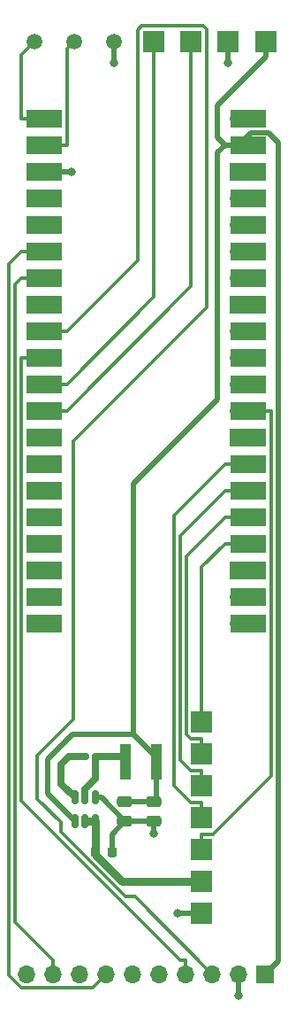
<source format=gbr>
%TF.GenerationSoftware,KiCad,Pcbnew,7.0.8*%
%TF.CreationDate,2024-02-25T19:01:47-05:00*%
%TF.ProjectId,P2,50322e6b-6963-4616-945f-706362585858,rev?*%
%TF.SameCoordinates,Original*%
%TF.FileFunction,Copper,L1,Top*%
%TF.FilePolarity,Positive*%
%FSLAX46Y46*%
G04 Gerber Fmt 4.6, Leading zero omitted, Abs format (unit mm)*
G04 Created by KiCad (PCBNEW 7.0.8) date 2024-02-25 19:01:47*
%MOMM*%
%LPD*%
G01*
G04 APERTURE LIST*
G04 Aperture macros list*
%AMRoundRect*
0 Rectangle with rounded corners*
0 $1 Rounding radius*
0 $2 $3 $4 $5 $6 $7 $8 $9 X,Y pos of 4 corners*
0 Add a 4 corners polygon primitive as box body*
4,1,4,$2,$3,$4,$5,$6,$7,$8,$9,$2,$3,0*
0 Add four circle primitives for the rounded corners*
1,1,$1+$1,$2,$3*
1,1,$1+$1,$4,$5*
1,1,$1+$1,$6,$7*
1,1,$1+$1,$8,$9*
0 Add four rect primitives between the rounded corners*
20,1,$1+$1,$2,$3,$4,$5,0*
20,1,$1+$1,$4,$5,$6,$7,0*
20,1,$1+$1,$6,$7,$8,$9,0*
20,1,$1+$1,$8,$9,$2,$3,0*%
G04 Aperture macros list end*
%TA.AperFunction,SMDPad,CuDef*%
%ADD10C,1.500000*%
%TD*%
%TA.AperFunction,SMDPad,CuDef*%
%ADD11RoundRect,0.110000X-0.440000X-1.590000X0.440000X-1.590000X0.440000X1.590000X-0.440000X1.590000X0*%
%TD*%
%TA.AperFunction,ComponentPad*%
%ADD12O,1.700000X1.700000*%
%TD*%
%TA.AperFunction,SMDPad,CuDef*%
%ADD13R,3.500000X1.700000*%
%TD*%
%TA.AperFunction,ComponentPad*%
%ADD14R,1.700000X1.700000*%
%TD*%
%TA.AperFunction,SMDPad,CuDef*%
%ADD15R,2.000000X2.000000*%
%TD*%
%TA.AperFunction,SMDPad,CuDef*%
%ADD16RoundRect,0.140000X-0.140000X-0.170000X0.140000X-0.170000X0.140000X0.170000X-0.140000X0.170000X0*%
%TD*%
%TA.AperFunction,SMDPad,CuDef*%
%ADD17RoundRect,0.150000X0.150000X-0.512500X0.150000X0.512500X-0.150000X0.512500X-0.150000X-0.512500X0*%
%TD*%
%TA.AperFunction,SMDPad,CuDef*%
%ADD18RoundRect,0.225000X-0.225000X-0.250000X0.225000X-0.250000X0.225000X0.250000X-0.225000X0.250000X0*%
%TD*%
%TA.AperFunction,SMDPad,CuDef*%
%ADD19RoundRect,0.250000X-0.475000X0.250000X-0.475000X-0.250000X0.475000X-0.250000X0.475000X0.250000X0*%
%TD*%
%TA.AperFunction,ViaPad*%
%ADD20C,0.800000*%
%TD*%
%TA.AperFunction,Conductor*%
%ADD21C,0.500000*%
%TD*%
%TA.AperFunction,Conductor*%
%ADD22C,0.300000*%
%TD*%
%TA.AperFunction,Conductor*%
%ADD23C,0.650000*%
%TD*%
%TA.AperFunction,Conductor*%
%ADD24C,0.750000*%
%TD*%
%TA.AperFunction,Conductor*%
%ADD25C,0.800000*%
%TD*%
G04 APERTURE END LIST*
D10*
%TO.P,TX0,1,1*%
%TO.N,Net-(U1-GPIO0)*%
X139192000Y-34798000D03*
%TD*%
D11*
%TO.P,L1,1,1*%
%TO.N,Net-(Regulator1-SW)*%
X147876000Y-103632000D03*
%TO.P,L1,2,2*%
%TO.N,+3V3*%
X150876000Y-103632000D03*
%TD*%
D12*
%TO.P,Pico,1,GPIO0*%
%TO.N,Net-(U1-GPIO0)*%
X140970000Y-42164000D03*
D13*
X140070000Y-42164000D03*
D12*
%TO.P,Pico,2,GPIO1*%
%TO.N,Net-(U1-GPIO1)*%
X140970000Y-44704000D03*
D13*
X140070000Y-44704000D03*
D14*
%TO.P,Pico,3,GND*%
%TO.N,GND*%
X140970000Y-47244000D03*
D13*
X140070000Y-47244000D03*
D12*
%TO.P,Pico,4,GPIO2*%
%TO.N,unconnected-(U1-GPIO2-Pad4)*%
X140970000Y-49784000D03*
D13*
X140070000Y-49784000D03*
D12*
%TO.P,Pico,5,GPIO3*%
%TO.N,unconnected-(U1-GPIO3-Pad5)*%
X140970000Y-52324000D03*
D13*
X140070000Y-52324000D03*
D12*
%TO.P,Pico,6,GPIO4*%
%TO.N,/MISO*%
X140970000Y-54864000D03*
D13*
X140070000Y-54864000D03*
D12*
%TO.P,Pico,7,GPIO5*%
%TO.N,/CS*%
X140970000Y-57404000D03*
D13*
X140070000Y-57404000D03*
D14*
%TO.P,Pico,8,GND*%
%TO.N,unconnected-(U1-GND-Pad8)*%
X140970000Y-59944000D03*
D13*
X140070000Y-59944000D03*
D12*
%TO.P,Pico,9,GPIO6*%
%TO.N,/SCK*%
X140970000Y-62484000D03*
D13*
X140070000Y-62484000D03*
D12*
%TO.P,Pico,10,GPIO7*%
%TO.N,/MOSI*%
X140970000Y-65024000D03*
D13*
X140070000Y-65024000D03*
D12*
%TO.P,Pico,11,GPIO8*%
%TO.N,/TX*%
X140970000Y-67564000D03*
D13*
X140070000Y-67564000D03*
D12*
%TO.P,Pico,12,GPIO9*%
%TO.N,/RX*%
X140970000Y-70104000D03*
D13*
X140070000Y-70104000D03*
D14*
%TO.P,Pico,13,GND*%
%TO.N,unconnected-(U1-GND-Pad13)*%
X140970000Y-72644000D03*
D13*
X140070000Y-72644000D03*
D12*
%TO.P,Pico,14,GPIO10*%
%TO.N,unconnected-(U1-GPIO10-Pad14)*%
X140970000Y-75184000D03*
D13*
X140070000Y-75184000D03*
D12*
%TO.P,Pico,15,GPIO11*%
%TO.N,unconnected-(U1-GPIO11-Pad15)*%
X140970000Y-77724000D03*
D13*
X140070000Y-77724000D03*
D12*
%TO.P,Pico,16,GPIO12*%
%TO.N,unconnected-(U1-GPIO12-Pad16)*%
X140970000Y-80264000D03*
D13*
X140070000Y-80264000D03*
D12*
%TO.P,Pico,17,GPIO13*%
%TO.N,unconnected-(U1-GPIO13-Pad17)*%
X140970000Y-82804000D03*
D13*
X140070000Y-82804000D03*
D14*
%TO.P,Pico,18,GND*%
%TO.N,unconnected-(U1-GND-Pad18)*%
X140970000Y-85344000D03*
D13*
X140070000Y-85344000D03*
D12*
%TO.P,Pico,19,GPIO14*%
%TO.N,unconnected-(U1-GPIO14-Pad19)*%
X140970000Y-87884000D03*
D13*
X140070000Y-87884000D03*
D12*
%TO.P,Pico,20,GPIO15*%
%TO.N,unconnected-(U1-GPIO15-Pad20)*%
X140970000Y-90424000D03*
D13*
X140070000Y-90424000D03*
D12*
%TO.P,Pico,21,GPIO16*%
%TO.N,unconnected-(U1-GPIO16-Pad21)*%
X158750000Y-90424000D03*
D13*
X159650000Y-90424000D03*
D12*
%TO.P,Pico,22,GPIO17*%
%TO.N,unconnected-(U1-GPIO17-Pad22)*%
X158750000Y-87884000D03*
D13*
X159650000Y-87884000D03*
D14*
%TO.P,Pico,23,GND*%
%TO.N,unconnected-(U1-GND-Pad23)*%
X158750000Y-85344000D03*
D13*
X159650000Y-85344000D03*
D12*
%TO.P,Pico,24,GPIO18*%
%TO.N,/PWM_A*%
X158750000Y-82804000D03*
D13*
X159650000Y-82804000D03*
D12*
%TO.P,Pico,25,GPIO19*%
%TO.N,/PWM_B*%
X158750000Y-80264000D03*
D13*
X159650000Y-80264000D03*
D12*
%TO.P,Pico,26,GPIO20*%
%TO.N,/PWM_C*%
X158750000Y-77724000D03*
D13*
X159650000Y-77724000D03*
D12*
%TO.P,Pico,27,GPIO21*%
%TO.N,/PWM_D*%
X158750000Y-75184000D03*
D13*
X159650000Y-75184000D03*
D14*
%TO.P,Pico,28,GND*%
%TO.N,unconnected-(U1-GND-Pad28)*%
X158750000Y-72644000D03*
D13*
X159650000Y-72644000D03*
D12*
%TO.P,Pico,29,GPIO22*%
%TO.N,/TE*%
X158750000Y-70104000D03*
D13*
X159650000Y-70104000D03*
D12*
%TO.P,Pico,30,RUN*%
%TO.N,unconnected-(U1-RUN-Pad30)*%
X158750000Y-67564000D03*
D13*
X159650000Y-67564000D03*
D12*
%TO.P,Pico,31,GPIO26_ADC0*%
%TO.N,unconnected-(U1-GPIO26_ADC0-Pad31)*%
X158750000Y-65024000D03*
D13*
X159650000Y-65024000D03*
D12*
%TO.P,Pico,32,GPIO27_ADC1*%
%TO.N,unconnected-(U1-GPIO27_ADC1-Pad32)*%
X158750000Y-62484000D03*
D13*
X159650000Y-62484000D03*
D14*
%TO.P,Pico,33,AGND*%
%TO.N,unconnected-(U1-AGND-Pad33)*%
X158750000Y-59944000D03*
D13*
X159650000Y-59944000D03*
D12*
%TO.P,Pico,34,GPIO28_ADC2*%
%TO.N,unconnected-(U1-GPIO28_ADC2-Pad34)*%
X158750000Y-57404000D03*
D13*
X159650000Y-57404000D03*
D12*
%TO.P,Pico,35,ADC_VREF*%
%TO.N,unconnected-(U1-ADC_VREF-Pad35)*%
X158750000Y-54864000D03*
D13*
X159650000Y-54864000D03*
D12*
%TO.P,Pico,36,3V3*%
%TO.N,unconnected-(U1-3V3-Pad36)*%
X158750000Y-52324000D03*
D13*
X159650000Y-52324000D03*
D12*
%TO.P,Pico,37,3V3_EN*%
%TO.N,unconnected-(U1-3V3_EN-Pad37)*%
X158750000Y-49784000D03*
D13*
X159650000Y-49784000D03*
D14*
%TO.P,Pico,38,GND*%
%TO.N,unconnected-(U1-GND-Pad38)*%
X158750000Y-47244000D03*
D13*
X159650000Y-47244000D03*
D12*
%TO.P,Pico,39,VSYS*%
%TO.N,+3V3*%
X158750000Y-44704000D03*
D13*
X159650000Y-44704000D03*
D12*
%TO.P,Pico,40,VBUS*%
%TO.N,unconnected-(U1-VBUS-Pad40)*%
X158750000Y-42164000D03*
D13*
X159650000Y-42164000D03*
%TD*%
D15*
%TO.P,ESC,1,PWM_A*%
%TO.N,/PWM_A*%
X155194000Y-99822000D03*
%TO.P,ESC,2,PWM_B*%
%TO.N,/PWM_B*%
X155194000Y-102870000D03*
%TO.P,ESC,3,PWM_C*%
%TO.N,/PWM_C*%
X155194000Y-105918000D03*
%TO.P,ESC,4,PWM_D*%
%TO.N,/PWM_D*%
X155194000Y-108966000D03*
%TO.P,ESC,5,BAT+*%
%TO.N,+BATT*%
X155194000Y-115062000D03*
%TO.P,ESC,6,TE*%
%TO.N,/TE*%
X155194000Y-112014000D03*
%TO.P,ESC,7,GND*%
%TO.N,GND*%
X155194000Y-118110000D03*
%TD*%
D16*
%TO.P,C3,1*%
%TO.N,Net-(Regulator1-BST)*%
X144074000Y-103124000D03*
%TO.P,C3,2*%
%TO.N,Net-(Regulator1-SW)*%
X145034000Y-103124000D03*
%TD*%
D17*
%TO.P,Voltage Regulator,1,FB*%
%TO.N,+3V3*%
X143068000Y-109341500D03*
%TO.P,Voltage Regulator,2,EN*%
%TO.N,+BATT*%
X144018000Y-109341500D03*
%TO.P,Voltage Regulator,3,IN*%
X144968000Y-109341500D03*
%TO.P,Voltage Regulator,4,GND*%
%TO.N,GND*%
X144968000Y-107066500D03*
%TO.P,Voltage Regulator,5,SW*%
%TO.N,Net-(Regulator1-SW)*%
X144018000Y-107066500D03*
%TO.P,Voltage Regulator,6,BST*%
%TO.N,Net-(Regulator1-BST)*%
X143068000Y-107066500D03*
%TD*%
D18*
%TO.P,C2,1*%
%TO.N,+BATT*%
X145034000Y-112268000D03*
%TO.P,C2,2*%
%TO.N,GND*%
X146584000Y-112268000D03*
%TD*%
D10*
%TO.P,GND,1,1*%
%TO.N,GND*%
X146812000Y-34798000D03*
%TD*%
D19*
%TO.P,C4,1*%
%TO.N,+3V3*%
X150622000Y-107442000D03*
%TO.P,C4,2*%
%TO.N,GND*%
X150622000Y-109342000D03*
%TD*%
D10*
%TO.P,RX0,1,1*%
%TO.N,Net-(U1-GPIO1)*%
X143002000Y-34798000D03*
%TD*%
D15*
%TO.P,Radio,1,VCC*%
%TO.N,+3V3*%
X161360000Y-34798000D03*
%TO.P,Radio,2,GND*%
%TO.N,GND*%
X157734000Y-34798000D03*
%TO.P,Radio,3,TX*%
%TO.N,/RX*%
X154178000Y-34798000D03*
%TO.P,Radio,4,RX*%
%TO.N,/TX*%
X150622000Y-34798000D03*
%TD*%
D14*
%TO.P,MPU-9250-Breakout,1,VCC*%
%TO.N,+3V3*%
X161290000Y-123952000D03*
D12*
%TO.P,MPU-9250-Breakout,2,GND*%
%TO.N,GND*%
X158750000Y-123952000D03*
%TO.P,MPU-9250-Breakout,3,SCL*%
%TO.N,/SCK*%
X156210000Y-123952000D03*
%TO.P,MPU-9250-Breakout,4,SDA*%
%TO.N,/MOSI*%
X153670000Y-123952000D03*
%TO.P,MPU-9250-Breakout,5,EDA*%
%TO.N,unconnected-(MPU-9250-Breakout1-EDA-Pad5)*%
X151130000Y-123952000D03*
%TO.P,MPU-9250-Breakout,6,ECL*%
%TO.N,unconnected-(MPU-9250-Breakout1-ECL-Pad6)*%
X148590000Y-123952000D03*
%TO.P,MPU-9250-Breakout,7,ADO*%
%TO.N,/MISO*%
X146050000Y-123952000D03*
%TO.P,MPU-9250-Breakout,8,INT*%
%TO.N,unconnected-(MPU-9250-Breakout1-INT-Pad8)*%
X143510000Y-123952000D03*
%TO.P,MPU-9250-Breakout,9,NCS*%
%TO.N,/CS*%
X140970000Y-123952000D03*
%TO.P,MPU-9250-Breakout,10,FSYNC*%
%TO.N,unconnected-(MPU-9250-Breakout1-FSYNC-Pad10)*%
X138430000Y-123952000D03*
%TD*%
D19*
%TO.P,C5,1*%
%TO.N,+3V3*%
X147828000Y-107442000D03*
%TO.P,C5,2*%
%TO.N,GND*%
X147828000Y-109342000D03*
%TD*%
D20*
%TO.N,GND*%
X157734000Y-36830000D03*
X152908000Y-118110000D03*
X146812000Y-36830000D03*
X150622000Y-110490000D03*
X142748000Y-47244000D03*
X158750000Y-125984000D03*
%TD*%
D21*
%TO.N,+3V3*%
X143068000Y-109341500D02*
X140462000Y-106735500D01*
X140462000Y-106735500D02*
X140462000Y-103378000D01*
X140462000Y-103378000D02*
X142783600Y-101056400D01*
X142783600Y-101056400D02*
X148675900Y-101056400D01*
X161290000Y-123952000D02*
X162551900Y-122690100D01*
X162551900Y-122690100D02*
X162551900Y-44488082D01*
X162551900Y-44488082D02*
X161627818Y-43564000D01*
X159890000Y-43564000D02*
X158750000Y-44704000D01*
X161627818Y-43564000D02*
X159890000Y-43564000D01*
X143068000Y-109341500D02*
X143068000Y-109286000D01*
X161360000Y-34798000D02*
X161360000Y-36249900D01*
X156718000Y-43972400D02*
X157448100Y-44702500D01*
X161360000Y-36249900D02*
X156718000Y-40891900D01*
X156718000Y-40891900D02*
X156718000Y-43972400D01*
X148675900Y-101056400D02*
X148675900Y-77078100D01*
X148675900Y-77078100D02*
X156718000Y-69036000D01*
X156718000Y-45434100D02*
X157448100Y-44704000D01*
X156718000Y-69036000D02*
X156718000Y-45434100D01*
X150876000Y-103256500D02*
X148675900Y-101056400D01*
D22*
X157448100Y-44704000D02*
X157449600Y-44704000D01*
D21*
X150876000Y-103256500D02*
X150876000Y-107188000D01*
D22*
X150876000Y-107188000D02*
X150622000Y-107442000D01*
D21*
X147828000Y-107442000D02*
X150622000Y-107442000D01*
D22*
X150622000Y-103510500D02*
X150876000Y-103256500D01*
D23*
%TO.N,Net-(Regulator1-BST)*%
X143068000Y-107066500D02*
X141732000Y-105730500D01*
X141732000Y-105730500D02*
X141732000Y-103886000D01*
X141732000Y-103886000D02*
X142494000Y-103124000D01*
X142494000Y-103124000D02*
X144074000Y-103124000D01*
%TO.N,Net-(Regulator1-SW)*%
X145034000Y-103124000D02*
X147743500Y-103124000D01*
X147743500Y-103124000D02*
X147876000Y-103256500D01*
X144018000Y-107066500D02*
X144018000Y-106257984D01*
X144018000Y-106257984D02*
X145034000Y-105241984D01*
X145034000Y-105241984D02*
X145034000Y-103124000D01*
D22*
%TO.N,/SCK*%
X140970000Y-62484000D02*
X142271900Y-62484000D01*
X149054400Y-55701500D02*
X149054400Y-33717300D01*
X149054400Y-33717300D02*
X149444000Y-33327700D01*
X142271900Y-62484000D02*
X149054400Y-55701500D01*
X142872300Y-72968100D02*
X142872300Y-99631300D01*
X149444000Y-33327700D02*
X155355100Y-33327700D01*
X155355100Y-33327700D02*
X155650000Y-33622600D01*
X139446000Y-107188000D02*
X141668500Y-109410500D01*
X155650000Y-60190400D02*
X142872300Y-72968100D01*
X139446000Y-103057600D02*
X139446000Y-107188000D01*
X155650000Y-33622600D02*
X155650000Y-60190400D01*
X142872300Y-99631300D02*
X139446000Y-103057600D01*
X141668500Y-109410500D02*
X141668500Y-110356800D01*
X141668500Y-110356800D02*
X147845700Y-116534000D01*
X147845700Y-116534000D02*
X148792000Y-116534000D01*
X148792000Y-116534000D02*
X156210000Y-123952000D01*
D24*
%TO.N,+BATT*%
X144968000Y-109341500D02*
X144043000Y-109341500D01*
X145034000Y-112268000D02*
X145034000Y-109407500D01*
X145034000Y-109407500D02*
X144968000Y-109341500D01*
X155194000Y-115062000D02*
X147575782Y-115062000D01*
X147575782Y-115062000D02*
X145034000Y-112520218D01*
D25*
X145034000Y-112520218D02*
X145034000Y-112268000D01*
D22*
X144968000Y-112202000D02*
X145034000Y-112268000D01*
D21*
%TO.N,GND*%
X140970000Y-47244000D02*
X142748000Y-47244000D01*
X157734000Y-34798000D02*
X157734000Y-36830000D01*
X145552000Y-107066000D02*
X147828000Y-109342000D01*
X147828000Y-109342000D02*
X150622000Y-109342000D01*
X146812000Y-34798000D02*
X146812000Y-36830000D01*
D22*
X144968500Y-107066000D02*
X144968000Y-107066500D01*
D21*
X155194000Y-118110000D02*
X152908000Y-118110000D01*
X146584000Y-110586000D02*
X147828000Y-109342000D01*
X146584000Y-112268000D02*
X146584000Y-110586000D01*
X150622000Y-109342000D02*
X150622000Y-110490000D01*
X144968000Y-107066000D02*
X144968500Y-107066000D01*
X158750000Y-123952000D02*
X158750000Y-125984000D01*
X144968500Y-107066000D02*
X145552000Y-107066000D01*
%TO.N,+3V3*%
X158750000Y-44704000D02*
X157449600Y-44704000D01*
D22*
X157448100Y-44702500D02*
X157449600Y-44704000D01*
%TO.N,/PWM_A*%
X158750000Y-82804000D02*
X157448100Y-82804000D01*
X155194000Y-85058100D02*
X157448100Y-82804000D01*
X155194000Y-99822000D02*
X155194000Y-85058100D01*
%TO.N,/PWM_B*%
X153742100Y-101009100D02*
X154151100Y-101418100D01*
X157448100Y-80264000D02*
X153742100Y-83970000D01*
X155194000Y-102870000D02*
X155194000Y-101418100D01*
X158750000Y-80264000D02*
X157448100Y-80264000D01*
X154151100Y-101418100D02*
X155194000Y-101418100D01*
X153742100Y-83970000D02*
X153742100Y-101009100D01*
%TO.N,/PWM_C*%
X155194000Y-105918000D02*
X155194000Y-104466100D01*
X153127300Y-103485600D02*
X153127300Y-82044800D01*
X155194000Y-104466100D02*
X154107800Y-104466100D01*
X153127300Y-82044800D02*
X157448100Y-77724000D01*
X154107800Y-104466100D02*
X153127300Y-103485600D01*
X158750000Y-77724000D02*
X157448100Y-77724000D01*
%TO.N,/PWM_D*%
X152525400Y-105931700D02*
X152525400Y-80106700D01*
X158750000Y-75184000D02*
X157448100Y-75184000D01*
X155194000Y-107514100D02*
X154107800Y-107514100D01*
X155194000Y-108966000D02*
X155194000Y-107514100D01*
X152525400Y-80106700D02*
X157448100Y-75184000D01*
X154107800Y-107514100D02*
X152525400Y-105931700D01*
%TO.N,/TE*%
X161851900Y-70104000D02*
X161851900Y-104993100D01*
X158750000Y-70104000D02*
X161851900Y-70104000D01*
X155194000Y-112014000D02*
X155194000Y-110562100D01*
X156282900Y-110562100D02*
X155194000Y-110562100D01*
X161851900Y-104993100D02*
X156282900Y-110562100D01*
%TO.N,/MOSI*%
X153670000Y-123952000D02*
X153670000Y-122650100D01*
X153100400Y-122650100D02*
X137868100Y-107417800D01*
X153670000Y-122650100D02*
X153100400Y-122650100D01*
X137868100Y-107417800D02*
X137868100Y-65024000D01*
X140970000Y-65024000D02*
X137868100Y-65024000D01*
%TO.N,/MISO*%
X137868100Y-54864000D02*
X136664300Y-56067800D01*
X136664300Y-124041400D02*
X137878600Y-125255700D01*
X137878600Y-125255700D02*
X144746300Y-125255700D01*
X144746300Y-125255700D02*
X146050000Y-123952000D01*
X140970000Y-54864000D02*
X137868100Y-54864000D01*
X136664300Y-56067800D02*
X136664300Y-124041400D01*
%TO.N,/CS*%
X137868100Y-57404000D02*
X137266200Y-58005900D01*
X137266200Y-118946300D02*
X140970000Y-122650100D01*
X140970000Y-123952000D02*
X140970000Y-122650100D01*
X137266200Y-58005900D02*
X137266200Y-118946300D01*
X140970000Y-57404000D02*
X137868100Y-57404000D01*
%TO.N,/RX*%
X154178000Y-58197900D02*
X142271900Y-70104000D01*
X154178000Y-36249900D02*
X154178000Y-58197900D01*
X140970000Y-70104000D02*
X142271900Y-70104000D01*
X154178000Y-34798000D02*
X154178000Y-36249900D01*
%TO.N,/TX*%
X150622000Y-34798000D02*
X150622000Y-59213900D01*
X150622000Y-59213900D02*
X142271900Y-67564000D01*
X140970000Y-67564000D02*
X142271900Y-67564000D01*
%TO.N,Net-(U1-GPIO0)*%
X137868100Y-36121900D02*
X139192000Y-34798000D01*
X140970000Y-42164000D02*
X137868100Y-42164000D01*
X137868100Y-42164000D02*
X137868100Y-36121900D01*
%TO.N,Net-(U1-GPIO1)*%
X140970000Y-44704000D02*
X142271900Y-44704000D01*
X142271900Y-35528100D02*
X143002000Y-34798000D01*
X142271900Y-44704000D02*
X142271900Y-35528100D01*
%TD*%
M02*

</source>
